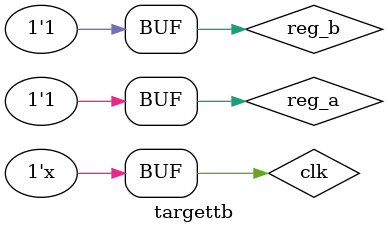
<source format=v>
module targettb;
reg clk;
reg reg_a,reg_b;
wire mask;
target uut (clk,reg_a,reg_b,mask);
initial
begin
$dumpfile ("target.vcd");
$dumpvars;
end
initial begin
//always @(posedge clk)
reg_a =1;
reg_b =1;
end
always #5 clk =~clk;
endmodule

</source>
